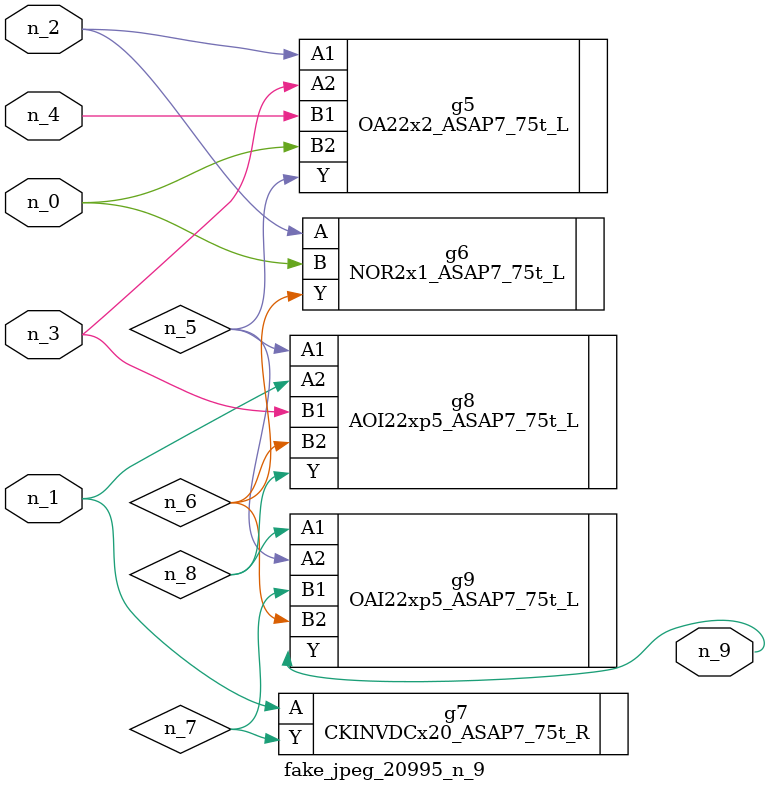
<source format=v>
module fake_jpeg_20995_n_9 (n_3, n_2, n_1, n_0, n_4, n_9);

input n_3;
input n_2;
input n_1;
input n_0;
input n_4;

output n_9;

wire n_8;
wire n_6;
wire n_5;
wire n_7;

OA22x2_ASAP7_75t_L g5 ( 
.A1(n_2),
.A2(n_3),
.B1(n_4),
.B2(n_0),
.Y(n_5)
);

NOR2x1_ASAP7_75t_L g6 ( 
.A(n_2),
.B(n_0),
.Y(n_6)
);

CKINVDCx20_ASAP7_75t_R g7 ( 
.A(n_1),
.Y(n_7)
);

AOI22xp5_ASAP7_75t_L g8 ( 
.A1(n_5),
.A2(n_1),
.B1(n_3),
.B2(n_6),
.Y(n_8)
);

OAI22xp5_ASAP7_75t_L g9 ( 
.A1(n_8),
.A2(n_5),
.B1(n_7),
.B2(n_6),
.Y(n_9)
);


endmodule
</source>
